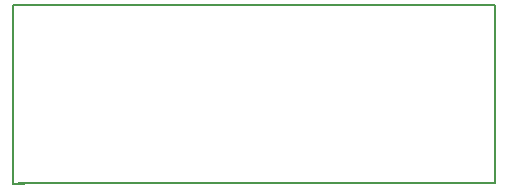
<source format=gbr>
G04 #@! TF.FileFunction,Profile,NP*
%FSLAX46Y46*%
G04 Gerber Fmt 4.6, Leading zero omitted, Abs format (unit mm)*
G04 Created by KiCad (PCBNEW 4.0.2-stable) date 04.08.2016 21:20:42*
%MOMM*%
G01*
G04 APERTURE LIST*
%ADD10C,0.100000*%
%ADD11C,0.150000*%
G04 APERTURE END LIST*
D10*
D11*
X71820000Y-43780000D02*
X71810000Y-43780000D01*
X71820000Y-43350000D02*
X71820000Y-43780000D01*
X30988000Y-43789600D02*
X31902400Y-43789600D01*
X30988000Y-43078400D02*
X30988000Y-43789600D01*
X30988000Y-28702000D02*
X31623000Y-28702000D01*
X30988000Y-43370500D02*
X30988000Y-28702000D01*
X71818500Y-43776900D02*
X31432500Y-43776900D01*
X71818500Y-28702000D02*
X71818500Y-43370500D01*
X31242000Y-28702000D02*
X71818500Y-28702000D01*
M02*

</source>
